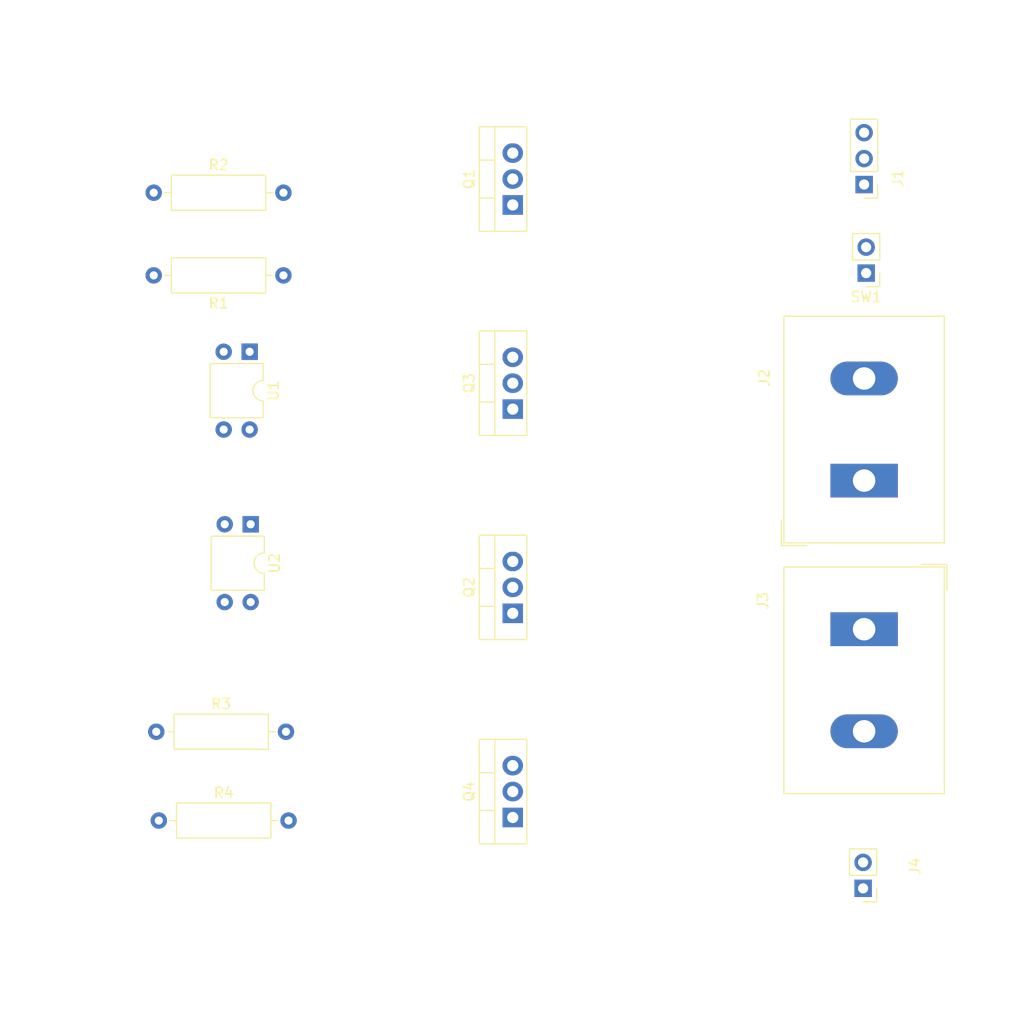
<source format=kicad_pcb>
(kicad_pcb (version 20240108) (generator "pcbnew") (generator_version "8.0")
  (title_block (title "Puente H Power Mosfet") (date "21/08/2024") (rev "1") (company "Danilo Melión"))
  (layers (0 "F.Cu" signal) (31 "B.Cu" signal) (34 "B.Paste" user) (35 "F.Paste" user) (36 "B.SilkS" user "B.Silkscreen") (37 "F.SilkS" user "F.Silkscreen") (38 "B.Mask" user) (39 "F.Mask" user) (44 "Edge.Cuts" user))
  (net 0 "")
  (net 1 "PWM1")
  (net 2 "PWM2")
  (net 3 "GND")
  (net 4 "Net-(J2-Pin_1)")
  (net 5 "Net-(J2-Pin_2)")
  (net 6 "Net-(Q1-G)")
  (net 7 "+24V")
  (net 8 "+15V")
  (net 9 "Net-(Q3-G)")
  (net 10 "Net-(R1-Pad2)")
  (net 11 "Net-(SW1-B)")
  (net 12 "GNDPWR")
  (net 13 "Net-(R8-Pad1)")
  (footprint "Package_DIP:DIP-4_W7.62mm" (layer "F.Cu") (at 104.24 64.38 -90)
    (property "Reference" "U1" (at 3.81 -2.33 90) (layer "F.SilkS"))
    (property "Value" "PC817")
    (fp_line (start 1.16 3.87) (end 6.46 3.87) (stroke (width 0.12)) (layer "F.SilkS"))
    (fp_line (start 6.46 3.87) (end 6.46 -1.33) (stroke (width 0.12)) (layer "F.SilkS"))
    (fp_line (start 1.16 -1.33) (end 1.16 3.87) (stroke (width 0.12)) (layer "F.SilkS"))
    (fp_line (start 2.81 -1.33) (end 1.16 -1.33) (stroke (width 0.12)) (layer "F.SilkS"))
    (fp_line (start 6.46 -1.33) (end 4.81 -1.33) (stroke (width 0.12)) (layer "F.SilkS"))
    (fp_arc (start 4.81 -1.33) (mid 3.81 -0.33) (end 2.81 -1.33) (stroke (width 0.12)) (layer "F.SilkS"))
    (pad "1" thru_hole rect (at 0 0 270) (size 1.6 1.6) (drill 0.8) (layers "*.Cu" "*.Mask") (net 10 "Net-(R1-Pad2)"))
    (pad "2" thru_hole oval (at 0 2.54 270) (size 1.6 1.6) (drill 0.8) (layers "*.Cu" "*.Mask") (net 11 "Net-(SW1-B)"))
    (pad "3" thru_hole oval (at 7.62 2.54 270) (size 1.6 1.6) (drill 0.8) (layers "*.Cu" "*.Mask") (net 12 "GNDPWR"))
    (pad "4" thru_hole oval (at 7.62 0 270) (size 1.6 1.6) (drill 0.8) (layers "*.Cu" "*.Mask") (net 6 "Net-(Q1-G)"))
  )
  (footprint "Package_TO_SOT_THT:TO-220-3_Vertical" (layer "F.Cu") (at 130 110 90)
    (property "Reference" "Q4" (at 2.54 -4.27 90) (layer "F.SilkS"))
    (property "Value" "IRLZ44N")
    (fp_line (start 7.66 -3.27) (end 7.66 1.371) (stroke (width 0.12)) (layer "F.SilkS"))
    (fp_line (start 4.391 -3.27) (end 4.391 -1.76) (stroke (width 0.12)) (layer "F.SilkS"))
    (fp_line (start 0.69 -3.27) (end 0.69 -1.76) (stroke (width 0.12)) (layer "F.SilkS"))
    (fp_line (start -2.58 -3.27) (end 7.66 -3.27) (stroke (width 0.12)) (layer "F.SilkS"))
    (fp_line (start -2.58 -3.27) (end -2.58 1.371) (stroke (width 0.12)) (layer "F.SilkS"))
    (fp_line (start -2.58 -1.76) (end 7.66 -1.76) (stroke (width 0.12)) (layer "F.SilkS"))
    (fp_line (start -2.58 1.371) (end 7.66 1.371) (stroke (width 0.12)) (layer "F.SilkS"))
    (pad "1" thru_hole rect (at 0 0 90) (size 1.905 2) (drill 1.1) (layers "*.Cu" "*.Mask") (net 9 "Net-(Q3-G)"))
    (pad "2" thru_hole oval (at 2.54 0 90) (size 1.905 2) (drill 1.1) (layers "*.Cu" "*.Mask") (net 5 "Net-(J2-Pin_2)"))
    (pad "3" thru_hole oval (at 5.08 0 90) (size 1.905 2) (drill 1.1) (layers "*.Cu" "*.Mask") (net 12 "GNDPWR"))
  )
  (footprint "Resistor_THT:R_Axial_DIN0309_L9.0mm_D3.2mm_P12.70mm_Horizontal" (layer "F.Cu") (at 95.1 101.6)
    (property "Reference" "R3" (at 6.35 -2.72 0) (layer "F.SilkS"))
    (property "Value" "1k")
    (fp_line (start 1.04 0) (end 1.73 0) (stroke (width 0.12)) (layer "F.SilkS"))
    (fp_line (start 1.73 -1.72) (end 1.73 1.72) (stroke (width 0.12)) (layer "F.SilkS"))
    (fp_line (start 1.73 1.72) (end 10.97 1.72) (stroke (width 0.12)) (layer "F.SilkS"))
    (fp_line (start 10.97 -1.72) (end 1.73 -1.72) (stroke (width 0.12)) (layer "F.SilkS"))
    (fp_line (start 10.97 1.72) (end 10.97 -1.72) (stroke (width 0.12)) (layer "F.SilkS"))
    (fp_line (start 11.66 0) (end 10.97 0) (stroke (width 0.12)) (layer "F.SilkS"))
    (pad "1" thru_hole circle (at 0 0) (size 1.6 1.6) (drill 0.8) (layers "*.Cu" "*.Mask") (net 8 "+15V"))
    (pad "2" thru_hole oval (at 12.7 0) (size 1.6 1.6) (drill 0.8) (layers "*.Cu" "*.Mask") (net 6 "Net-(Q1-G)"))
  )
  (footprint "Package_TO_SOT_THT:TO-220-3_Vertical" (layer "F.Cu") (at 130 50 90)
    (property "Reference" "Q1" (at 2.54 -4.27 90) (layer "F.SilkS"))
    (property "Value" "IRF4905")
    (fp_line (start 7.66 -3.27) (end 7.66 1.371) (stroke (width 0.12)) (layer "F.SilkS"))
    (fp_line (start 4.391 -3.27) (end 4.391 -1.76) (stroke (width 0.12)) (layer "F.SilkS"))
    (fp_line (start 0.69 -3.27) (end 0.69 -1.76) (stroke (width 0.12)) (layer "F.SilkS"))
    (fp_line (start -2.58 -3.27) (end 7.66 -3.27) (stroke (width 0.12)) (layer "F.SilkS"))
    (fp_line (start -2.58 -3.27) (end -2.58 1.371) (stroke (width 0.12)) (layer "F.SilkS"))
    (fp_line (start -2.58 -1.76) (end 7.66 -1.76) (stroke (width 0.12)) (layer "F.SilkS"))
    (fp_line (start -2.58 1.371) (end 7.66 1.371) (stroke (width 0.12)) (layer "F.SilkS"))
    (pad "1" thru_hole rect (at 0 0 90) (size 1.905 2) (drill 1.1) (layers "*.Cu" "*.Mask") (net 6 "Net-(Q1-G)"))
    (pad "2" thru_hole oval (at 2.54 0 90) (size 1.905 2) (drill 1.1) (layers "*.Cu" "*.Mask") (net 4 "Net-(J2-Pin_1)"))
    (pad "3" thru_hole oval (at 5.08 0 90) (size 1.905 2) (drill 1.1) (layers "*.Cu" "*.Mask") (net 7 "+24V"))
  )
  (footprint "TerminalBlock_Dinkle:TerminalBlock_Dinkle_DT-55-B01X-02_P10.00mm" (layer "F.Cu") (at 164.4 91.558 -90)
    (property "Reference" "J3" (at -2.789 9.906 90) (layer "F.SilkS"))
    (property "Value" "24V Alimentación")
    (fp_line (start -6.1 7.85) (end 16.1 7.85) (stroke (width 0.12)) (layer "F.SilkS"))
    (fp_line (start -6.1 7.85) (end -6.1 -7.85) (stroke (width 0.12)) (layer "F.SilkS"))
    (fp_line (start -6.35 -5.6) (end -6.35 -8.1) (stroke (width 0.12)) (layer "F.SilkS"))
    (fp_line (start -6.1 -7.85) (end 16.1 -7.85) (stroke (width 0.12)) (layer "F.SilkS"))
    (fp_line (start 16.1 -7.85) (end 16.1 7.85) (stroke (width 0.12)) (layer "F.SilkS"))
    (fp_line (start -6.35 -8.1) (end -3.85 -8.1) (stroke (width 0.12)) (layer "F.SilkS"))
    (pad "1" thru_hole rect (at 0 0 270) (size 3.3 6.6) (drill 2.2) (layers "*.Cu" "*.Mask") (net 7 "+24V"))
    (pad "2" thru_hole oval (at 10 0 270) (size 3.3 6.6) (drill 2.2) (layers "*.Cu" "*.Mask") (net 12 "GNDPWR"))
  )
  (footprint "Connector_PinHeader_2.54mm:PinHeader_1x02_P2.54mm_Vertical" (layer "F.Cu") (at 164.6 56.675 180)
    (property "Reference" "SW1" (at 0 -2.33 0) (layer "F.SilkS"))
    (property "Value" "SW")
    (fp_line (start 1.33 1.27) (end 1.33 3.87) (stroke (width 0.12)) (layer "F.SilkS"))
    (fp_line (start -1.33 3.87) (end 1.33 3.87) (stroke (width 0.12)) (layer "F.SilkS"))
    (fp_line (start -1.33 1.27) (end 1.33 1.27) (stroke (width 0.12)) (layer "F.SilkS"))
    (fp_line (start -1.33 1.27) (end -1.33 3.87) (stroke (width 0.12)) (layer "F.SilkS"))
    (fp_line (start -1.33 0) (end -1.33 -1.33) (stroke (width 0.12)) (layer "F.SilkS"))
    (fp_line (start -1.33 -1.33) (end 0 -1.33) (stroke (width 0.12)) (layer "F.SilkS"))
    (pad "1" thru_hole rect (at 0 0 180) (size 1.7 1.7) (drill 1) (layers "*.Cu" "*.Mask") (net 3 "GND"))
    (pad "2" thru_hole oval (at 0 2.54 180) (size 1.7 1.7) (drill 1) (layers "*.Cu" "*.Mask") (net 11 "Net-(SW1-B)"))
  )
  (footprint "TerminalBlock_Dinkle:TerminalBlock_Dinkle_DT-55-B01X-02_P10.00mm" (layer "F.Cu") (at 164.4 77 90)
    (property "Reference" "J2" (at 10.075 -9.779 90) (layer "F.SilkS"))
    (property "Value" "MOTOR")
    (fp_line (start -6.35 -8.1) (end -3.85 -8.1) (stroke (width 0.12)) (layer "F.SilkS"))
    (fp_line (start 16.1 -7.85) (end 16.1 7.85) (stroke (width 0.12)) (layer "F.SilkS"))
    (fp_line (start -6.1 -7.85) (end 16.1 -7.85) (stroke (width 0.12)) (layer "F.SilkS"))
    (fp_line (start -6.35 -5.6) (end -6.35 -8.1) (stroke (width 0.12)) (layer "F.SilkS"))
    (fp_line (start -6.1 7.85) (end -6.1 -7.85) (stroke (width 0.12)) (layer "F.SilkS"))
    (fp_line (start -6.1 7.85) (end 16.1 7.85) (stroke (width 0.12)) (layer "F.SilkS"))
    (pad "1" thru_hole rect (at 0 0 90) (size 3.3 6.6) (drill 2.2) (layers "*.Cu" "*.Mask") (net 4 "Net-(J2-Pin_1)"))
    (pad "2" thru_hole oval (at 10 0 90) (size 3.3 6.6) (drill 2.2) (layers "*.Cu" "*.Mask") (net 5 "Net-(J2-Pin_2)"))
  )
  (footprint "Package_TO_SOT_THT:TO-220-3_Vertical" (layer "F.Cu") (at 130 70 90)
    (property "Reference" "Q3" (at 2.54 -4.27 90) (layer "F.SilkS"))
    (property "Value" "IRF4905")
    (fp_line (start 7.66 -3.27) (end 7.66 1.371) (stroke (width 0.12)) (layer "F.SilkS"))
    (fp_line (start 4.391 -3.27) (end 4.391 -1.76) (stroke (width 0.12)) (layer "F.SilkS"))
    (fp_line (start 0.69 -3.27) (end 0.69 -1.76) (stroke (width 0.12)) (layer "F.SilkS"))
    (fp_line (start -2.58 -3.27) (end 7.66 -3.27) (stroke (width 0.12)) (layer "F.SilkS"))
    (fp_line (start -2.58 -3.27) (end -2.58 1.371) (stroke (width 0.12)) (layer "F.SilkS"))
    (fp_line (start -2.58 -1.76) (end 7.66 -1.76) (stroke (width 0.12)) (layer "F.SilkS"))
    (fp_line (start -2.58 1.371) (end 7.66 1.371) (stroke (width 0.12)) (layer "F.SilkS"))
    (pad "1" thru_hole rect (at 0 0 90) (size 1.905 2) (drill 1.1) (layers "*.Cu" "*.Mask") (net 9 "Net-(Q3-G)"))
    (pad "2" thru_hole oval (at 2.54 0 90) (size 1.905 2) (drill 1.1) (layers "*.Cu" "*.Mask") (net 5 "Net-(J2-Pin_2)"))
    (pad "3" thru_hole oval (at 5.08 0 90) (size 1.905 2) (drill 1.1) (layers "*.Cu" "*.Mask") (net 7 "+24V"))
  )
  (footprint "Resistor_THT:R_Axial_DIN0309_L9.0mm_D3.2mm_P12.70mm_Horizontal" (layer "F.Cu") (at 107.55 56.9 180)
    (property "Reference" "R1" (at 6.35 -2.72 0) (layer "F.SilkS"))
    (property "Value" "180")
    (fp_line (start 11.66 0) (end 10.97 0) (stroke (width 0.12)) (layer "F.SilkS"))
    (fp_line (start 10.97 1.72) (end 10.97 -1.72) (stroke (width 0.12)) (layer "F.SilkS"))
    (fp_line (start 10.97 -1.72) (end 1.73 -1.72) (stroke (width 0.12)) (layer "F.SilkS"))
    (fp_line (start 1.73 1.72) (end 10.97 1.72) (stroke (width 0.12)) (layer "F.SilkS"))
    (fp_line (start 1.73 -1.72) (end 1.73 1.72) (stroke (width 0.12)) (layer "F.SilkS"))
    (fp_line (start 1.04 0) (end 1.73 0) (stroke (width 0.12)) (layer "F.SilkS"))
    (pad "1" thru_hole circle (at 0 0 180) (size 1.6 1.6) (drill 0.8) (layers "*.Cu" "*.Mask") (net 1 "PWM1"))
    (pad "2" thru_hole oval (at 12.7 0 180) (size 1.6 1.6) (drill 0.8) (layers "*.Cu" "*.Mask") (net 10 "Net-(R1-Pad2)"))
  )
  (footprint "Resistor_THT:R_Axial_DIN0309_L9.0mm_D3.2mm_P12.70mm_Horizontal" (layer "F.Cu") (at 95.35 110.3)
    (property "Reference" "R4" (at 6.35 -2.72 0) (layer "F.SilkS"))
    (property "Value" "1k")
    (fp_line (start 1.04 0) (end 1.73 0) (stroke (width 0.12)) (layer "F.SilkS"))
    (fp_line (start 1.73 -1.72) (end 1.73 1.72) (stroke (width 0.12)) (layer "F.SilkS"))
    (fp_line (start 1.73 1.72) (end 10.97 1.72) (stroke (width 0.12)) (layer "F.SilkS"))
    (fp_line (start 10.97 -1.72) (end 1.73 -1.72) (stroke (width 0.12)) (layer "F.SilkS"))
    (fp_line (start 10.97 1.72) (end 10.97 -1.72) (stroke (width 0.12)) (layer "F.SilkS"))
    (fp_line (start 11.66 0) (end 10.97 0) (stroke (width 0.12)) (layer "F.SilkS"))
    (pad "1" thru_hole circle (at 0 0) (size 1.6 1.6) (drill 0.8) (layers "*.Cu" "*.Mask") (net 8 "+15V"))
    (pad "2" thru_hole oval (at 12.7 0) (size 1.6 1.6) (drill 0.8) (layers "*.Cu" "*.Mask") (net 9 "Net-(Q3-G)"))
  )
  (footprint "Connector_PinHeader_2.54mm:PinHeader_1x03_P2.54mm_Vertical" (layer "F.Cu") (at 164.4 48 180)
    (property "Reference" "J1" (at -3.302 0.625 90) (layer "F.SilkS"))
    (property "Value" "PWM")
    (fp_line (start 1.33 1.27) (end 1.33 6.41) (stroke (width 0.12)) (layer "F.SilkS"))
    (fp_line (start -1.33 6.41) (end 1.33 6.41) (stroke (width 0.12)) (layer "F.SilkS"))
    (fp_line (start -1.33 1.27) (end 1.33 1.27) (stroke (width 0.12)) (layer "F.SilkS"))
    (fp_line (start -1.33 1.27) (end -1.33 6.41) (stroke (width 0.12)) (layer "F.SilkS"))
    (fp_line (start -1.33 0) (end -1.33 -1.33) (stroke (width 0.12)) (layer "F.SilkS"))
    (fp_line (start -1.33 -1.33) (end 0 -1.33) (stroke (width 0.12)) (layer "F.SilkS"))
    (pad "1" thru_hole rect (at 0 0 180) (size 1.7 1.7) (drill 1) (layers "*.Cu" "*.Mask") (net 1 "PWM1"))
    (pad "2" thru_hole oval (at 0 2.54 180) (size 1.7 1.7) (drill 1) (layers "*.Cu" "*.Mask") (net 2 "PWM2"))
    (pad "3" thru_hole oval (at 0 5.08 180) (size 1.7 1.7) (drill 1) (layers "*.Cu" "*.Mask") (net 3 "GND"))
  )
  (footprint "Connector_PinHeader_2.54mm:PinHeader_1x02_P2.54mm_Vertical" (layer "F.Cu") (at 164.3 116.94 180)
    (property "Reference" "J4" (at -5.08 2.159 90) (layer "F.SilkS"))
    (property "Value" "15V Alimentación")
    (fp_line (start 1.33 1.27) (end 1.33 3.87) (stroke (width 0.12)) (layer "F.SilkS"))
    (fp_line (start -1.33 3.87) (end 1.33 3.87) (stroke (width 0.12)) (layer "F.SilkS"))
    (fp_line (start -1.33 1.27) (end 1.33 1.27) (stroke (width 0.12)) (layer "F.SilkS"))
    (fp_line (start -1.33 1.27) (end -1.33 3.87) (stroke (width 0.12)) (layer "F.SilkS"))
    (fp_line (start -1.33 0) (end -1.33 -1.33) (stroke (width 0.12)) (layer "F.SilkS"))
    (fp_line (start -1.33 -1.33) (end 0 -1.33) (stroke (width 0.12)) (layer "F.SilkS"))
    (pad "1" thru_hole rect (at 0 0 180) (size 1.7 1.7) (drill 1) (layers "*.Cu" "*.Mask") (net 8 "+15V"))
    (pad "2" thru_hole oval (at 0 2.54 180) (size 1.7 1.7) (drill 1) (layers "*.Cu" "*.Mask") (net 12 "GNDPWR"))
  )
  (footprint "Package_DIP:DIP-4_W7.62mm" (layer "F.Cu") (at 104.34 81.28 -90)
    (property "Reference" "U2" (at 3.81 -2.33 90) (layer "F.SilkS"))
    (property "Value" "PC817")
    (fp_line (start 1.16 3.87) (end 6.46 3.87) (stroke (width 0.12)) (layer "F.SilkS"))
    (fp_line (start 6.46 3.87) (end 6.46 -1.33) (stroke (width 0.12)) (layer "F.SilkS"))
    (fp_line (start 1.16 -1.33) (end 1.16 3.87) (stroke (width 0.12)) (layer "F.SilkS"))
    (fp_line (start 2.81 -1.33) (end 1.16 -1.33) (stroke (width 0.12)) (layer "F.SilkS"))
    (fp_line (start 6.46 -1.33) (end 4.81 -1.33) (stroke (width 0.12)) (layer "F.SilkS"))
    (fp_arc (start 4.81 -1.33) (mid 3.81 -0.33) (end 2.81 -1.33) (stroke (width 0.12)) (layer "F.SilkS"))
    (pad "1" thru_hole rect (at 0 0 270) (size 1.6 1.6) (drill 0.8) (layers "*.Cu" "*.Mask") (net 13 "Net-(R8-Pad1)"))
    (pad "2" thru_hole oval (at 0 2.54 270) (size 1.6 1.6) (drill 0.8) (layers "*.Cu" "*.Mask") (net 11 "Net-(SW1-B)"))
    (pad "3" thru_hole oval (at 7.62 2.54 270) (size 1.6 1.6) (drill 0.8) (layers "*.Cu" "*.Mask") (net 12 "GNDPWR"))
    (pad "4" thru_hole oval (at 7.62 0 270) (size 1.6 1.6) (drill 0.8) (layers "*.Cu" "*.Mask") (net 9 "Net-(Q3-G)"))
  )
  (footprint "Resistor_THT:R_Axial_DIN0309_L9.0mm_D3.2mm_P12.70mm_Horizontal" (layer "F.Cu") (at 94.85 48.8)
    (property "Reference" "R2" (at 6.35 -2.72 0) (layer "F.SilkS"))
    (property "Value" "180")
    (fp_line (start 1.04 0) (end 1.73 0) (stroke (width 0.12)) (layer "F.SilkS"))
    (fp_line (start 1.73 -1.72) (end 1.73 1.72) (stroke (width 0.12)) (layer "F.SilkS"))
    (fp_line (start 1.73 1.72) (end 10.97 1.72) (stroke (width 0.12)) (layer "F.SilkS"))
    (fp_line (start 10.97 -1.72) (end 1.73 -1.72) (stroke (width 0.12)) (layer "F.SilkS"))
    (fp_line (start 10.97 1.72) (end 10.97 -1.72) (stroke (width 0.12)) (layer "F.SilkS"))
    (fp_line (start 11.66 0) (end 10.97 0) (stroke (width 0.12)) (layer "F.SilkS"))
    (pad "1" thru_hole circle (at 0 0) (size 1.6 1.6) (drill 0.8) (layers "*.Cu" "*.Mask") (net 13 "Net-(R8-Pad1)"))
    (pad "2" thru_hole oval (at 12.7 0) (size 1.6 1.6) (drill 0.8) (layers "*.Cu" "*.Mask") (net 2 "PWM2"))
  )
  (footprint "Package_TO_SOT_THT:TO-220-3_Vertical" (layer "F.Cu") (at 130 90 90)
    (property "Reference" "Q2" (at 2.54 -4.27 90) (layer "F.SilkS"))
    (property "Value" "IRLZ44N")
    (fp_line (start 7.66 -3.27) (end 7.66 1.371) (stroke (width 0.12)) (layer "F.SilkS"))
    (fp_line (start 4.391 -3.27) (end 4.391 -1.76) (stroke (width 0.12)) (layer "F.SilkS"))
    (fp_line (start 0.69 -3.27) (end 0.69 -1.76) (stroke (width 0.12)) (layer "F.SilkS"))
    (fp_line (start -2.58 -3.27) (end 7.66 -3.27) (stroke (width 0.12)) (layer "F.SilkS"))
    (fp_line (start -2.58 -3.27) (end -2.58 1.371) (stroke (width 0.12)) (layer "F.SilkS"))
    (fp_line (start -2.58 -1.76) (end 7.66 -1.76) (stroke (width 0.12)) (layer "F.SilkS"))
    (fp_line (start -2.58 1.371) (end 7.66 1.371) (stroke (width 0.12)) (layer "F.SilkS"))
    (pad "1" thru_hole rect (at 0 0 90) (size 1.905 2) (drill 1.1) (layers "*.Cu" "*.Mask") (net 6 "Net-(Q1-G)"))
    (pad "2" thru_hole oval (at 2.54 0 90) (size 1.905 2) (drill 1.1) (layers "*.Cu" "*.Mask") (net 4 "Net-(J2-Pin_1)"))
    (pad "3" thru_hole oval (at 5.08 0 90) (size 1.905 2) (drill 1.1) (layers "*.Cu" "*.Mask") (net 12 "GNDPWR"))
  )
)
</source>
